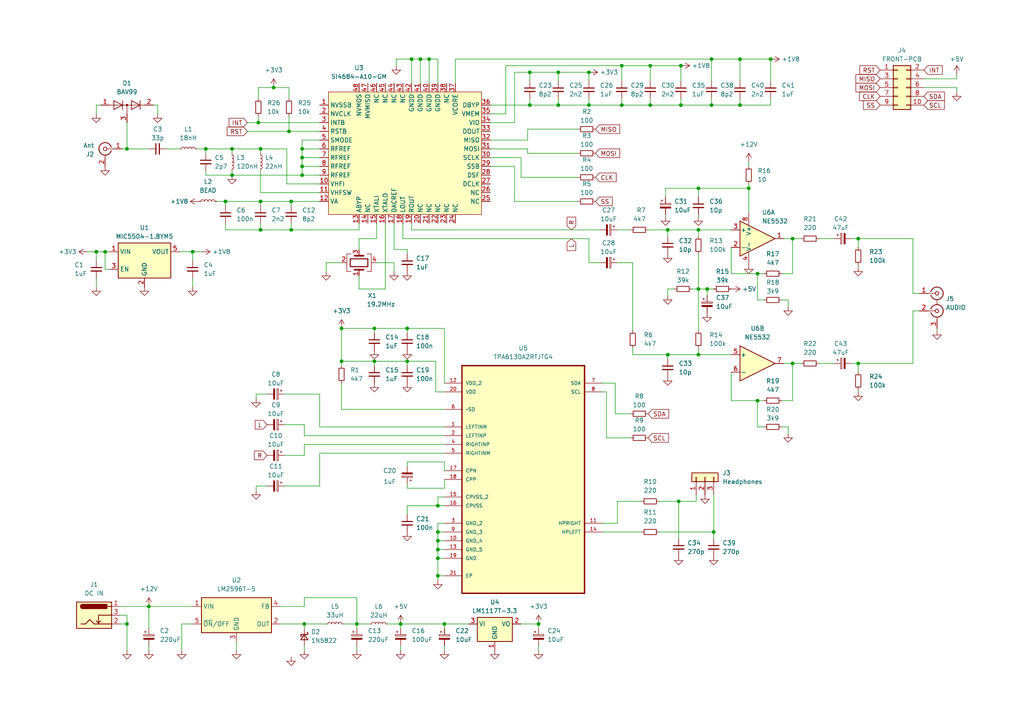
<source format=kicad_sch>
(kicad_sch (version 20230121) (generator eeschema)
  (paper "A4")
  (title_block (title "SI4684 DAB ontvanger") (date "2024-03-11") (rev "1") (company "PE5PVB"))
  (junction (at 206.375 30.48))
  (junction (at 170.815 20.955))
  (junction (at 119.38 17.145))
  (junction (at 59.69 43.18))
  (junction (at 170.815 30.48))
  (junction (at 219.71 116.205))
  (junction (at 205.105 83.82))
  (junction (at 124.46 17.145))
  (junction (at 153.67 20.955))
  (junction (at 153.67 30.48))
  (junction (at 161.925 30.48))
  (junction (at 248.92 105.41))
  (junction (at 202.565 66.675))
  (junction (at 127 156.845))
  (junction (at 108.585 95.25))
  (junction (at 65.405 58.42))
  (junction (at 43.18 175.895))
  (junction (at 248.92 69.215))
  (junction (at 217.17 54.61))
  (junction (at 84.455 58.42))
  (junction (at 36.83 180.975))
  (junction (at 196.85 145.415))
  (junction (at 180.34 30.48))
  (junction (at 67.31 50.8))
  (junction (at 206.375 17.145))
  (junction (at 55.88 73.025))
  (junction (at 118.11 104.775))
  (junction (at 87.63 48.26))
  (junction (at 202.565 102.87))
  (junction (at 193.675 66.675))
  (junction (at 214.63 30.48))
  (junction (at 118.11 95.25))
  (junction (at 188.595 19.05))
  (junction (at 87.63 50.8))
  (junction (at 219.71 79.375))
  (junction (at 180.34 19.05))
  (junction (at 127 159.385))
  (junction (at 103.505 180.975))
  (junction (at 75.565 58.42))
  (junction (at 75.565 43.18))
  (junction (at 188.595 30.48))
  (junction (at 197.485 30.48))
  (junction (at 83.82 38.1))
  (junction (at 27.94 73.025))
  (junction (at 161.925 20.955))
  (junction (at 30.48 73.025))
  (junction (at 99.06 95.25))
  (junction (at 202.565 54.61))
  (junction (at 127 167.005))
  (junction (at 229.87 69.215))
  (junction (at 156.21 180.975))
  (junction (at 202.565 83.82))
  (junction (at 121.92 17.145))
  (junction (at 223.52 17.145))
  (junction (at 193.675 102.87))
  (junction (at 99.06 104.775))
  (junction (at 88.265 180.975))
  (junction (at 127 146.685))
  (junction (at 84.455 66.675))
  (junction (at 74.93 35.56))
  (junction (at 87.63 45.72))
  (junction (at 127 154.305))
  (junction (at 75.565 66.675))
  (junction (at 116.205 180.975))
  (junction (at 87.63 43.18))
  (junction (at 127 161.925))
  (junction (at 108.585 104.775))
  (junction (at 214.63 17.145))
  (junction (at 79.375 25.4))
  (junction (at 67.31 43.18))
  (junction (at 207.01 154.305))
  (junction (at 128.905 180.975))
  (junction (at 36.83 43.18))
  (junction (at 229.87 105.41))
  (junction (at 197.485 19.05))
  (wire (pts (xy 88.265 173.355) (xy 88.265 175.895)))
  (wire (pts (xy 183.515 76.2) (xy 183.515 95.885)))
  (wire (pts (xy 118.11 133.985) (xy 118.11 135.255)))
  (wire (pts (xy 202.565 83.82) (xy 202.565 95.885)))
  (wire (pts (xy 68.58 186.055) (xy 68.58 188.595)))
  (wire (pts (xy 92.71 123.825) (xy 92.71 114.3)))
  (wire (pts (xy 92.71 55.88) (xy 75.565 55.88)))
  (wire (pts (xy 174.625 111.125) (xy 178.435 111.125)))
  (wire (pts (xy 271.78 95.25) (xy 271.78 95.885)))
  (wire (pts (xy 34.925 180.975) (xy 36.83 180.975)))
  (wire (pts (xy 206.375 30.48) (xy 214.63 30.48)))
  (wire (pts (xy 153.67 30.48) (xy 161.925 30.48)))
  (wire (pts (xy 43.18 187.325) (xy 43.18 188.595)))
  (wire (pts (xy 142.24 48.26) (xy 149.225 48.26)))
  (wire (pts (xy 212.09 116.205) (xy 219.71 116.205)))
  (wire (pts (xy 128.905 180.975) (xy 128.905 182.245)))
  (wire (pts (xy 197.485 19.05) (xy 197.485 23.495)))
  (wire (pts (xy 111.76 83.82) (xy 111.76 64.77)))
  (wire (pts (xy 104.14 80.01) (xy 104.14 83.82)))
  (wire (pts (xy 43.18 175.895) (xy 43.18 182.245)))
  (wire (pts (xy 202.565 66.675) (xy 202.565 68.58)))
  (wire (pts (xy 153.035 40.64) (xy 153.035 37.465)))
  (wire (pts (xy 34.925 175.895) (xy 43.18 175.895)))
  (wire (pts (xy 36.83 43.18) (xy 43.18 43.18)))
  (wire (pts (xy 99.06 76.2) (xy 94.615 76.2)))
  (wire (pts (xy 79.375 25.4) (xy 83.82 25.4)))
  (wire (pts (xy 214.63 17.145) (xy 223.52 17.145)))
  (wire (pts (xy 142.24 33.02) (xy 146.685 33.02)))
  (wire (pts (xy 142.24 30.48) (xy 153.67 30.48)))
  (wire (pts (xy 109.22 69.215) (xy 104.14 69.215)))
  (wire (pts (xy 119.38 24.13) (xy 119.38 17.145)))
  (wire (pts (xy 57.15 43.18) (xy 59.69 43.18)))
  (wire (pts (xy 179.07 145.415) (xy 179.07 151.765)))
  (wire (pts (xy 214.63 30.48) (xy 214.63 28.575)))
  (wire (pts (xy 55.88 180.975) (xy 52.705 180.975)))
  (wire (pts (xy 30.48 73.025) (xy 31.75 73.025)))
  (wire (pts (xy 99.695 180.975) (xy 103.505 180.975)))
  (wire (pts (xy 202.565 54.61) (xy 202.565 57.15)))
  (wire (pts (xy 88.265 128.905) (xy 128.905 128.905)))
  (wire (pts (xy 71.755 38.1) (xy 83.82 38.1)))
  (wire (pts (xy 174.625 113.665) (xy 175.895 113.665)))
  (wire (pts (xy 83.185 53.34) (xy 83.185 43.18)))
  (wire (pts (xy 118.11 95.25) (xy 118.11 96.52)))
  (wire (pts (xy 118.11 95.25) (xy 128.905 95.25)))
  (wire (pts (xy 193.04 54.61) (xy 193.04 57.15)))
  (wire (pts (xy 201.93 145.415) (xy 201.93 143.51)))
  (wire (pts (xy 214.63 17.145) (xy 214.63 23.495)))
  (wire (pts (xy 200.66 83.82) (xy 202.565 83.82)))
  (wire (pts (xy 118.11 133.985) (xy 128.905 133.985)))
  (wire (pts (xy 99.06 95.25) (xy 99.06 104.775)))
  (wire (pts (xy 108.585 104.775) (xy 108.585 106.045)))
  (wire (pts (xy 127 151.765) (xy 127 154.305)))
  (wire (pts (xy 45.72 30.48) (xy 44.45 30.48)))
  (wire (pts (xy 153.67 30.48) (xy 153.67 28.575)))
  (wire (pts (xy 229.87 69.215) (xy 229.87 79.375)))
  (wire (pts (xy 99.06 111.125) (xy 99.06 118.745)))
  (wire (pts (xy 128.905 95.25) (xy 128.905 111.125)))
  (wire (pts (xy 75.565 66.675) (xy 75.565 64.77)))
  (wire (pts (xy 180.34 30.48) (xy 180.34 28.575)))
  (wire (pts (xy 88.265 132.08) (xy 82.55 132.08)))
  (wire (pts (xy 27.94 73.025) (xy 27.94 75.565)))
  (wire (pts (xy 118.11 141.605) (xy 118.11 140.335)))
  (wire (pts (xy 248.92 76.835) (xy 248.92 77.47)))
  (wire (pts (xy 121.92 24.13) (xy 121.92 17.145)))
  (wire (pts (xy 31.75 78.105) (xy 30.48 78.105)))
  (wire (pts (xy 104.14 66.675) (xy 104.14 64.77)))
  (wire (pts (xy 84.455 58.42) (xy 84.455 59.69)))
  (wire (pts (xy 118.11 141.605) (xy 128.905 141.605)))
  (wire (pts (xy 74.93 25.4) (xy 79.375 25.4)))
  (wire (pts (xy 228.6 86.995) (xy 226.695 86.995)))
  (wire (pts (xy 202.565 100.965) (xy 202.565 102.87)))
  (wire (pts (xy 156.21 182.245) (xy 156.21 180.975)))
  (wire (pts (xy 67.31 43.18) (xy 67.31 44.45)))
  (wire (pts (xy 116.205 180.975) (xy 128.905 180.975)))
  (wire (pts (xy 219.71 123.825) (xy 221.615 123.825)))
  (wire (pts (xy 88.265 187.325) (xy 88.265 188.595)))
  (wire (pts (xy 207.01 154.305) (xy 207.01 156.21)))
  (wire (pts (xy 149.225 48.26) (xy 149.225 58.42)))
  (wire (pts (xy 191.135 145.415) (xy 196.85 145.415)))
  (wire (pts (xy 74.295 140.97) (xy 74.295 142.24)))
  (wire (pts (xy 153.035 37.465) (xy 167.64 37.465)))
  (wire (pts (xy 188.595 19.05) (xy 188.595 23.495)))
  (wire (pts (xy 228.6 123.825) (xy 226.695 123.825)))
  (wire (pts (xy 170.815 69.215) (xy 170.815 76.2)))
  (wire (pts (xy 65.405 66.675) (xy 75.565 66.675)))
  (wire (pts (xy 88.265 180.975) (xy 88.265 182.245)))
  (wire (pts (xy 229.87 69.215) (xy 232.41 69.215)))
  (wire (pts (xy 92.71 114.3) (xy 82.55 114.3)))
  (wire (pts (xy 108.585 95.25) (xy 108.585 96.52)))
  (wire (pts (xy 112.395 180.975) (xy 116.205 180.975)))
  (wire (pts (xy 92.71 43.18) (xy 87.63 43.18)))
  (wire (pts (xy 153.67 20.955) (xy 161.925 20.955)))
  (wire (pts (xy 103.505 187.325) (xy 103.505 188.595)))
  (wire (pts (xy 229.87 105.41) (xy 232.41 105.41)))
  (wire (pts (xy 127 159.385) (xy 127 161.925)))
  (wire (pts (xy 178.435 111.125) (xy 178.435 120.015)))
  (wire (pts (xy 127 24.13) (xy 127 17.145)))
  (wire (pts (xy 237.49 105.41) (xy 241.935 105.41)))
  (wire (pts (xy 132.08 24.13) (xy 132.08 17.145)))
  (wire (pts (xy 108.585 104.775) (xy 99.06 104.775)))
  (wire (pts (xy 127 156.845) (xy 128.905 156.845)))
  (wire (pts (xy 193.675 102.87) (xy 183.515 102.87)))
  (wire (pts (xy 127 17.145) (xy 124.46 17.145)))
  (wire (pts (xy 124.46 24.13) (xy 124.46 17.145)))
  (wire (pts (xy 119.38 17.145) (xy 114.935 17.145)))
  (wire (pts (xy 27.94 30.48) (xy 29.21 30.48)))
  (wire (pts (xy 104.14 69.215) (xy 104.14 72.39)))
  (wire (pts (xy 151.13 45.72) (xy 151.13 51.435)))
  (wire (pts (xy 127 161.925) (xy 128.905 161.925)))
  (wire (pts (xy 156.21 187.325) (xy 156.21 188.595)))
  (wire (pts (xy 248.92 107.95) (xy 248.92 105.41)))
  (wire (pts (xy 219.71 79.375) (xy 221.615 79.375)))
  (wire (pts (xy 65.405 64.77) (xy 65.405 66.675)))
  (wire (pts (xy 27.94 80.645) (xy 27.94 83.185)))
  (wire (pts (xy 142.24 43.18) (xy 153.035 43.18)))
  (wire (pts (xy 127 144.145) (xy 127 146.685)))
  (wire (pts (xy 205.105 83.82) (xy 207.01 83.82)))
  (wire (pts (xy 75.565 66.675) (xy 84.455 66.675)))
  (wire (pts (xy 88.265 123.19) (xy 82.55 123.19)))
  (wire (pts (xy 223.52 30.48) (xy 223.52 28.575)))
  (wire (pts (xy 75.565 43.18) (xy 75.565 44.45)))
  (wire (pts (xy 118.11 106.045) (xy 118.11 104.775)))
  (wire (pts (xy 67.31 43.18) (xy 59.69 43.18)))
  (wire (pts (xy 65.405 58.42) (xy 65.405 59.69)))
  (wire (pts (xy 219.71 86.995) (xy 221.615 86.995)))
  (wire (pts (xy 128.905 146.685) (xy 127 146.685)))
  (wire (pts (xy 109.22 76.2) (xy 114.3 76.2)))
  (wire (pts (xy 84.455 58.42) (xy 75.565 58.42)))
  (wire (pts (xy 92.71 123.825) (xy 128.905 123.825)))
  (wire (pts (xy 206.375 17.145) (xy 206.375 23.495)))
  (wire (pts (xy 170.815 20.955) (xy 170.815 23.495)))
  (wire (pts (xy 229.87 105.41) (xy 229.87 116.205)))
  (wire (pts (xy 92.71 50.8) (xy 87.63 50.8)))
  (wire (pts (xy 116.84 64.77) (xy 116.84 69.215)))
  (wire (pts (xy 128.905 141.605) (xy 128.905 139.065)))
  (wire (pts (xy 212.09 79.375) (xy 212.09 71.755)))
  (wire (pts (xy 179.07 66.675) (xy 182.88 66.675)))
  (wire (pts (xy 128.905 113.665) (xy 126.365 113.665)))
  (wire (pts (xy 156.21 180.975) (xy 151.13 180.975)))
  (wire (pts (xy 128.905 187.325) (xy 128.905 188.595)))
  (wire (pts (xy 227.33 69.215) (xy 229.87 69.215)))
  (wire (pts (xy 149.225 35.56) (xy 149.225 20.955)))
  (wire (pts (xy 35.56 43.18) (xy 36.83 43.18)))
  (wire (pts (xy 126.365 113.665) (xy 126.365 104.775)))
  (wire (pts (xy 88.265 128.905) (xy 88.265 132.08)))
  (wire (pts (xy 188.595 19.05) (xy 197.485 19.05)))
  (wire (pts (xy 75.565 55.88) (xy 75.565 49.53)))
  (wire (pts (xy 92.71 58.42) (xy 84.455 58.42)))
  (wire (pts (xy 124.46 17.145) (xy 121.92 17.145)))
  (wire (pts (xy 84.455 66.675) (xy 84.455 64.77)))
  (wire (pts (xy 127 154.305) (xy 128.905 154.305)))
  (wire (pts (xy 188.595 30.48) (xy 188.595 28.575)))
  (wire (pts (xy 170.815 30.48) (xy 170.815 28.575)))
  (wire (pts (xy 149.225 58.42) (xy 167.64 58.42)))
  (wire (pts (xy 202.565 66.675) (xy 212.09 66.675)))
  (wire (pts (xy 128.905 180.975) (xy 135.89 180.975)))
  (wire (pts (xy 153.035 44.45) (xy 167.64 44.45)))
  (wire (pts (xy 202.565 73.66) (xy 202.565 83.82)))
  (wire (pts (xy 127 167.005) (xy 127 168.275)))
  (wire (pts (xy 212.09 116.205) (xy 212.09 107.95)))
  (wire (pts (xy 264.795 90.17) (xy 264.795 105.41)))
  (wire (pts (xy 197.485 30.48) (xy 197.485 28.575)))
  (wire (pts (xy 151.13 51.435) (xy 167.64 51.435)))
  (wire (pts (xy 264.795 85.09) (xy 266.7 85.09)))
  (wire (pts (xy 118.11 73.66) (xy 118.11 72.39)))
  (wire (pts (xy 193.675 85.725) (xy 193.675 83.82)))
  (wire (pts (xy 87.63 43.18) (xy 87.63 45.72)))
  (wire (pts (xy 217.17 53.34) (xy 217.17 54.61)))
  (wire (pts (xy 196.85 145.415) (xy 196.85 156.21)))
  (wire (pts (xy 52.07 73.025) (xy 55.88 73.025)))
  (wire (pts (xy 180.34 30.48) (xy 188.595 30.48)))
  (wire (pts (xy 92.71 131.445) (xy 92.71 140.97)))
  (wire (pts (xy 92.71 140.97) (xy 82.55 140.97)))
  (wire (pts (xy 88.265 173.355) (xy 103.505 173.355)))
  (wire (pts (xy 87.63 50.8) (xy 87.63 48.26)))
  (wire (pts (xy 94.615 76.2) (xy 94.615 78.74)))
  (wire (pts (xy 142.24 35.56) (xy 149.225 35.56)))
  (wire (pts (xy 92.71 53.34) (xy 83.185 53.34)))
  (wire (pts (xy 217.17 54.61) (xy 202.565 54.61)))
  (wire (pts (xy 149.225 20.955) (xy 153.67 20.955)))
  (wire (pts (xy 36.83 180.975) (xy 36.83 188.595)))
  (wire (pts (xy 202.565 62.23) (xy 202.565 62.865)))
  (wire (pts (xy 248.92 69.215) (xy 264.795 69.215)))
  (wire (pts (xy 116.205 180.975) (xy 116.205 182.245)))
  (wire (pts (xy 264.795 105.41) (xy 248.92 105.41)))
  (wire (pts (xy 128.905 133.985) (xy 128.905 136.525)))
  (wire (pts (xy 52.705 180.975) (xy 52.705 188.595)))
  (wire (pts (xy 229.87 116.205) (xy 226.695 116.205)))
  (wire (pts (xy 118.11 146.685) (xy 118.11 149.225)))
  (wire (pts (xy 103.505 180.975) (xy 107.315 180.975)))
  (wire (pts (xy 121.92 17.145) (xy 119.38 17.145)))
  (wire (pts (xy 161.925 20.955) (xy 170.815 20.955)))
  (wire (pts (xy 59.69 49.53) (xy 59.69 50.8)))
  (wire (pts (xy 92.71 48.26) (xy 87.63 48.26)))
  (wire (pts (xy 128.905 144.145) (xy 127 144.145)))
  (wire (pts (xy 83.82 38.1) (xy 92.71 38.1)))
  (wire (pts (xy 99.06 104.775) (xy 99.06 106.045)))
  (wire (pts (xy 71.755 35.56) (xy 74.93 35.56)))
  (wire (pts (xy 74.93 33.655) (xy 74.93 35.56)))
  (wire (pts (xy 188.595 30.48) (xy 197.485 30.48)))
  (wire (pts (xy 266.7 90.17) (xy 264.795 90.17)))
  (wire (pts (xy 180.34 19.05) (xy 180.34 23.495)))
  (wire (pts (xy 75.565 58.42) (xy 75.565 59.69)))
  (wire (pts (xy 62.865 58.42) (xy 65.405 58.42)))
  (wire (pts (xy 205.105 83.82) (xy 205.105 85.725)))
  (wire (pts (xy 221.615 116.205) (xy 219.71 116.205)))
  (wire (pts (xy 108.585 95.25) (xy 118.11 95.25)))
  (wire (pts (xy 212.09 102.87) (xy 202.565 102.87)))
  (wire (pts (xy 114.3 76.2) (xy 114.3 78.74)))
  (wire (pts (xy 87.63 48.26) (xy 87.63 45.72)))
  (wire (pts (xy 178.435 120.015) (xy 182.88 120.015)))
  (wire (pts (xy 217.17 46.99) (xy 217.17 48.26)))
  (wire (pts (xy 175.895 113.665) (xy 175.895 127)))
  (wire (pts (xy 55.88 73.025) (xy 55.88 75.565)))
  (wire (pts (xy 214.63 30.48) (xy 223.52 30.48)))
  (wire (pts (xy 248.92 113.03) (xy 248.92 113.665)))
  (wire (pts (xy 170.815 76.2) (xy 173.99 76.2)))
  (wire (pts (xy 48.26 43.18) (xy 52.07 43.18)))
  (wire (pts (xy 77.47 140.97) (xy 74.295 140.97)))
  (wire (pts (xy 212.09 79.375) (xy 219.71 79.375)))
  (wire (pts (xy 267.97 22.86) (xy 277.495 22.86)))
  (wire (pts (xy 92.71 131.445) (xy 128.905 131.445)))
  (wire (pts (xy 153.67 20.955) (xy 153.67 23.495)))
  (wire (pts (xy 84.455 66.675) (xy 104.14 66.675)))
  (wire (pts (xy 142.24 45.72) (xy 151.13 45.72)))
  (wire (pts (xy 75.565 43.18) (xy 67.31 43.18)))
  (wire (pts (xy 88.265 175.895) (xy 81.28 175.895)))
  (wire (pts (xy 267.97 25.4) (xy 277.495 25.4)))
  (wire (pts (xy 193.04 62.23) (xy 193.04 62.865)))
  (wire (pts (xy 99.06 118.745) (xy 128.905 118.745)))
  (wire (pts (xy 30.48 73.025) (xy 30.48 78.105)))
  (wire (pts (xy 55.88 175.895) (xy 43.18 175.895)))
  (wire (pts (xy 193.675 83.82) (xy 195.58 83.82)))
  (wire (pts (xy 161.925 30.48) (xy 161.925 28.575)))
  (wire (pts (xy 75.565 58.42) (xy 65.405 58.42)))
  (wire (pts (xy 206.375 30.48) (xy 206.375 28.575)))
  (wire (pts (xy 197.485 30.48) (xy 206.375 30.48)))
  (wire (pts (xy 179.07 145.415) (xy 186.055 145.415)))
  (wire (pts (xy 127 159.385) (xy 128.905 159.385)))
  (wire (pts (xy 74.93 35.56) (xy 92.71 35.56)))
  (wire (pts (xy 191.135 154.305) (xy 207.01 154.305)))
  (wire (pts (xy 34.925 178.435) (xy 36.83 178.435)))
  (wire (pts (xy 104.14 83.82) (xy 111.76 83.82)))
  (wire (pts (xy 146.685 33.02) (xy 146.685 19.05)))
  (wire (pts (xy 74.93 25.4) (xy 74.93 28.575)))
  (wire (pts (xy 92.71 40.64) (xy 87.63 40.64)))
  (wire (pts (xy 237.49 69.215) (xy 241.935 69.215)))
  (wire (pts (xy 180.34 19.05) (xy 188.595 19.05)))
  (wire (pts (xy 277.495 25.4) (xy 277.495 26.67)))
  (wire (pts (xy 193.675 102.87) (xy 193.675 104.14)))
  (wire (pts (xy 55.88 73.025) (xy 58.42 73.025)))
  (wire (pts (xy 127 156.845) (xy 127 159.385)))
  (wire (pts (xy 59.69 50.8) (xy 67.31 50.8)))
  (wire (pts (xy 206.375 17.145) (xy 214.63 17.145)))
  (wire (pts (xy 88.265 180.975) (xy 94.615 180.975)))
  (wire (pts (xy 114.3 64.77) (xy 114.3 72.39)))
  (wire (pts (xy 83.82 25.4) (xy 83.82 28.575)))
  (wire (pts (xy 219.71 79.375) (xy 219.71 86.995)))
  (wire (pts (xy 187.96 66.675) (xy 193.675 66.675)))
  (wire (pts (xy 227.33 105.41) (xy 229.87 105.41)))
  (wire (pts (xy 119.38 66.675) (xy 173.99 66.675)))
  (wire (pts (xy 83.185 43.18) (xy 75.565 43.18)))
  (wire (pts (xy 118.11 104.775) (xy 126.365 104.775)))
  (wire (pts (xy 87.63 45.72) (xy 92.71 45.72)))
  (wire (pts (xy 264.795 69.215) (xy 264.795 85.09)))
  (wire (pts (xy 202.565 83.82) (xy 205.105 83.82)))
  (wire (pts (xy 116.84 69.215) (xy 170.815 69.215)))
  (wire (pts (xy 277.495 22.86) (xy 277.495 21.59)))
  (wire (pts (xy 146.685 19.05) (xy 180.34 19.05)))
  (wire (pts (xy 59.69 43.18) (xy 59.69 44.45)))
  (wire (pts (xy 161.925 30.48) (xy 170.815 30.48)))
  (wire (pts (xy 25.4 73.025) (xy 27.94 73.025)))
  (wire (pts (xy 174.625 154.305) (xy 186.055 154.305)))
  (wire (pts (xy 87.63 40.64) (xy 87.63 43.18)))
  (wire (pts (xy 228.6 88.9) (xy 228.6 86.995)))
  (wire (pts (xy 170.815 30.48) (xy 180.34 30.48)))
  (wire (pts (xy 247.015 69.215) (xy 248.92 69.215)))
  (wire (pts (xy 248.92 105.41) (xy 247.015 105.41)))
  (wire (pts (xy 74.295 114.3) (xy 74.295 115.57)))
  (wire (pts (xy 119.38 64.77) (xy 119.38 66.675)))
  (wire (pts (xy 87.63 50.8) (xy 67.31 50.8)))
  (wire (pts (xy 108.585 104.775) (xy 118.11 104.775)))
  (wire (pts (xy 88.265 126.365) (xy 128.905 126.365)))
  (wire (pts (xy 193.675 68.58) (xy 193.675 66.675)))
  (wire (pts (xy 174.625 151.765) (xy 179.07 151.765)))
  (wire (pts (xy 36.83 178.435) (xy 36.83 180.975)))
  (wire (pts (xy 45.72 33.02) (xy 45.72 30.48)))
  (wire (pts (xy 183.515 76.2) (xy 179.07 76.2)))
  (wire (pts (xy 202.565 54.61) (xy 193.04 54.61)))
  (wire (pts (xy 99.06 95.25) (xy 108.585 95.25)))
  (wire (pts (xy 132.08 17.145) (xy 206.375 17.145)))
  (wire (pts (xy 116.205 187.325) (xy 116.205 188.595)))
  (wire (pts (xy 161.925 20.955) (xy 161.925 23.495)))
  (wire (pts (xy 103.505 180.975) (xy 103.505 182.245)))
  (wire (pts (xy 127 161.925) (xy 127 167.005)))
  (wire (pts (xy 109.22 64.77) (xy 109.22 69.215)))
  (wire (pts (xy 153.035 43.18) (xy 153.035 44.45)))
  (wire (pts (xy 77.47 114.3) (xy 74.295 114.3)))
  (wire (pts (xy 127 167.005) (xy 128.905 167.005)))
  (wire (pts (xy 228.6 125.73) (xy 228.6 123.825)))
  (wire (pts (xy 36.83 35.56) (xy 36.83 43.18)))
  (wire (pts (xy 88.265 126.365) (xy 88.265 123.19)))
  (wire (pts (xy 81.28 180.975) (xy 88.265 180.975)))
  (wire (pts (xy 175.895 127) (xy 182.88 127)))
  (wire (pts (xy 202.565 102.87) (xy 193.675 102.87)))
  (wire (pts (xy 83.82 33.655) (xy 83.82 38.1)))
  (wire (pts (xy 67.31 50.8) (xy 67.31 49.53)))
  (wire (pts (xy 223.52 17.145) (xy 223.52 23.495)))
  (wire (pts (xy 217.17 61.595) (xy 217.17 54.61)))
  (wire (pts (xy 127 154.305) (xy 127 156.845)))
  (wire (pts (xy 229.87 79.375) (xy 226.695 79.375)))
  (wire (pts (xy 128.905 151.765) (xy 127 151.765)))
  (wire (pts (xy 103.505 180.975) (xy 103.505 173.355)))
  (wire (pts (xy 196.85 145.415) (xy 201.93 145.415)))
  (wire (pts (xy 183.515 102.87) (xy 183.515 100.965)))
  (wire (pts (xy 27.94 33.02) (xy 27.94 30.48)))
  (wire (pts (xy 118.11 72.39) (xy 114.3 72.39)))
  (wire (pts (xy 55.88 80.645) (xy 55.88 83.185)))
  (wire (pts (xy 219.71 116.205) (xy 219.71 123.825)))
  (wire (pts (xy 142.24 40.64) (xy 153.035 40.64)))
  (wire (pts (xy 248.92 69.215) (xy 248.92 71.755)))
  (wire (pts (xy 27.94 73.025) (xy 30.48 73.025)))
  (wire (pts (xy 127 146.685) (xy 118.11 146.685)))
  (wire (pts (xy 193.675 66.675) (xy 202.565 66.675)))
  (wire (pts (xy 114.935 17.145) (xy 114.935 19.05)))
  (wire (pts (xy 207.01 154.305) (xy 207.01 143.51)))
  (global_label "MISO" (shape input) (at 172.72 37.465 0) (property "Intersheetrefs" "${INTERSHEET_REFS}" (effects hide)))
  (global_label "SS" (shape input) (at 255.27 30.48 180) (property "Intersheetrefs" "${INTERSHEET_REFS}" (effects hide)))
  (global_label "SDA" (shape input) (at 187.96 120.015 0) (property "Intersheetrefs" "${INTERSHEET_REFS}" (effects hide)))
  (global_label "SDA" (shape input) (at 267.97 27.94 0) (property "Intersheetrefs" "${INTERSHEET_REFS}" (effects hide)))
  (global_label "RST" (shape input) (at 71.755 38.1 180) (property "Intersheetrefs" "${INTERSHEET_REFS}" (effects hide)))
  (global_label "RST" (shape input) (at 255.27 20.32 180) (property "Intersheetrefs" "${INTERSHEET_REFS}" (effects hide)))
  (global_label "MOSI" (shape input) (at 255.27 25.4 180) (property "Intersheetrefs" "${INTERSHEET_REFS}" (effects hide)))
  (global_label "SS" (shape input) (at 172.72 58.42 0) (property "Intersheetrefs" "${INTERSHEET_REFS}" (effects hide)))
  (global_label "MISO" (shape input) (at 255.27 22.86 180) (property "Intersheetrefs" "${INTERSHEET_REFS}" (effects hide)))
  (global_label "R" (shape input) (at 77.47 132.08 180) (property "Intersheetrefs" "${INTERSHEET_REFS}" (effects hide)))
  (global_label "INT" (shape input) (at 267.97 20.32 0) (property "Intersheetrefs" "${INTERSHEET_REFS}" (effects hide)))
  (global_label "INT" (shape input) (at 71.755 35.56 180) (property "Intersheetrefs" "${INTERSHEET_REFS}" (effects hide)))
  (global_label "MOSI" (shape input) (at 172.72 44.45 0) (property "Intersheetrefs" "${INTERSHEET_REFS}" (effects hide)))
  (global_label "L" (shape input) (at 77.47 123.19 180) (property "Intersheetrefs" "${INTERSHEET_REFS}" (effects hide)))
  (global_label "CLK" (shape input) (at 255.27 27.94 180) (property "Intersheetrefs" "${INTERSHEET_REFS}" (effects hide)))
  (global_label "CLK" (shape input) (at 172.72 51.435 0) (property "Intersheetrefs" "${INTERSHEET_REFS}" (effects hide)))
  (global_label "SCL" (shape input) (at 267.97 30.48 0) (property "Intersheetrefs" "${INTERSHEET_REFS}" (effects hide)))
  (global_label "SCL" (shape input) (at 187.96 127 0) (property "Intersheetrefs" "${INTERSHEET_REFS}" (effects hide)))
  (global_label "R" (shape input) (at 165.735 66.675 90) (property "Intersheetrefs" "${INTERSHEET_REFS}" (effects hide)))
  (global_label "L" (shape input) (at 165.735 69.215 270) (property "Intersheetrefs" "${INTERSHEET_REFS}" (effects hide)))
  (symbol (lib_id "Device:R_Small") (at 224.155 116.205 90) (unit 1)
    (property "Reference" "R19" (at 224.155 110.49 90))
    (property "Value" "4k7" (at 224.155 113.03 90))
    (property "Footprint" "Resistor_THT:R_Axial_DIN0207_L6.3mm_D2.5mm_P10.16mm_Horizontal" (effects hide))
  )
  (symbol (lib_id "power:GND") (at 30.48 48.26 0) (unit 1)
    (property "Reference" "#PWR04" (effects hide))
    (property "Value" "GND" (effects hide))
  )
  (symbol (lib_id "Device:C_Small") (at 84.455 62.23 0) (unit 1)
    (property "Reference" "C12" (at 87.63 60.9663 0) (effects (justify left)))
    (property "Value" "8p2" (at 87.63 63.5063 0) (effects (justify left)))
    (property "Footprint" "Capacitor_SMD:C_0603_1608Metric" (effects hide))
  )
  (symbol (lib_id "si4684:TPA6130A2RTJTG4") (at 151.765 136.525 0) (unit 1)
    (property "Reference" "U5" (at 151.765 100.965 0))
    (property "Value" "TPA6130A2RTJTG4" (at 151.765 103.505 0))
    (property "Footprint" "Package_DFN_QFN:QFN-20-1EP_4x4mm_P0.5mm_EP2.7x2.7mm" (effects hide))
    (property "MPN" "TPA6130A2RTJTG4" (effects hide))
    (property "PACKAGE" "QFN-20" (effects hide))
    (property "SUPPLIER" "Texas Instruments" (effects hide))
    (property "OC_FARNELL" "1697156" (effects hide))
    (property "OC_NEWARK" "34M0132" (effects hide))
  )
  (symbol (lib_id "power:GND") (at 43.18 188.595 0) (unit 1)
    (property "Reference" "#PWR08" (effects hide))
    (property "Value" "GND" (effects hide))
  )
  (symbol (lib_id "power:GND") (at 74.295 142.24 0) (unit 1)
    (property "Reference" "#PWR017" (effects hide))
    (property "Value" "GND" (effects hide))
  )
  (symbol (lib_id "Device:L_Small") (at 75.565 46.99 0) (unit 1)
    (property "Reference" "L4" (at 76.835 45.72 0) (effects (justify left)))
    (property "Value" "22nH" (at 76.835 48.26 0) (effects (justify left)))
    (property "Footprint" "Inductor_SMD:L_0603_1608Metric" (effects hide))
  )
  (symbol (lib_id "power:GND") (at 118.11 78.74 0) (unit 1)
    (property "Reference" "#PWR029" (effects hide))
    (property "Value" "GND" (effects hide))
  )
  (symbol (lib_id "power:GND") (at 88.265 188.595 0) (unit 1)
    (property "Reference" "#PWR019" (effects hide))
    (property "Value" "GND" (effects hide))
  )
  (symbol (lib_id "Device:C_Polarized_Small") (at 156.21 184.785 0) (unit 1)
    (property "Reference" "C24" (at 158.75 182.9689 0) (effects (justify left)))
    (property "Value" "10uF" (at 158.75 185.5089 0) (effects (justify left)))
    (property "Footprint" "Capacitor_THT:CP_Radial_D5.0mm_P2.00mm" (effects hide))
  )
  (symbol (lib_id "Device:C_Small") (at 45.72 43.18 90) (unit 1)
    (property "Reference" "C3" (at 45.72 37.465 90))
    (property "Value" "33p" (at 45.72 40.005 90))
    (property "Footprint" "Capacitor_SMD:C_0603_1608Metric" (effects hide))
  )
  (symbol (lib_id "Device:C_Small") (at 214.63 26.035 0) (unit 1)
    (property "Reference" "C40" (at 217.805 24.7713 0) (effects (justify left)))
    (property "Value" "2n2" (at 217.805 27.3113 0) (effects (justify left)))
    (property "Footprint" "Capacitor_SMD:C_0603_1608Metric" (effects hide))
  )
  (symbol (lib_id "power:GND") (at 193.675 109.22 0) (unit 1)
    (property "Reference" "#PWR042" (effects hide))
    (property "Value" "GND" (effects hide))
  )
  (symbol (lib_id "power:GND") (at 103.505 188.595 0) (unit 1)
    (property "Reference" "#PWR022" (effects hide))
    (property "Value" "GND" (effects hide))
  )
  (symbol (lib_id "Device:C_Small") (at 170.815 26.035 0) (unit 1)
    (property "Reference" "C26" (at 173.99 24.7713 0) (effects (justify left)))
    (property "Value" "1uF" (at 173.99 27.3113 0) (effects (justify left)))
    (property "Footprint" "Capacitor_SMD:C_0603_1608Metric" (effects hide))
  )
  (symbol (lib_id "Device:C_Polarized_Small") (at 80.01 140.97 270) (unit 1)
    (property "Reference" "C11" (at 80.01 135.255 90))
    (property "Value" "10uF" (at 80.01 137.795 90))
    (property "Footprint" "Capacitor_THT:CP_Radial_D5.0mm_P2.00mm" (effects hide))
  )
  (symbol (lib_id "Device:R_Small") (at 183.515 98.425 0) (unit 1)
    (property "Reference" "R6" (at 186.69 97.155 0) (effects (justify left)))
    (property "Value" "4k7" (at 186.69 99.695 0) (effects (justify left)))
    (property "Footprint" "Resistor_THT:R_Axial_DIN0207_L6.3mm_D2.5mm_P10.16mm_Horizontal" (effects hide))
  )
  (symbol (lib_id "power:GND") (at 207.01 161.29 0) (unit 1)
    (property "Reference" "#PWR048" (effects hide))
    (property "Value" "GND" (effects hide))
  )
  (symbol (lib_id "Device:L_Small") (at 97.155 180.975 90) (unit 1)
    (property "Reference" "L5" (at 97.155 175.895 90))
    (property "Value" "33uH" (at 97.155 178.435 90))
    (property "Footprint" "Inductor_THT:L_Radial_D7.2mm_P3.00mm_Murata_1700" (effects hide))
  )
  (symbol (lib_id "Device:R_Small") (at 234.95 69.215 90) (unit 1)
    (property "Reference" "R21" (at 234.95 63.5 90))
    (property "Value" "220" (at 234.95 66.04 90))
    (property "Footprint" "Resistor_THT:R_Axial_DIN0207_L6.3mm_D2.5mm_P10.16mm_Horizontal" (effects hide))
  )
  (symbol (lib_id "power:GND") (at 248.92 113.665 0) (unit 1)
    (property "Reference" "#PWR056" (effects hide))
    (property "Value" "GND" (effects hide))
  )
  (symbol (lib_id "power:GND") (at 118.11 111.125 0) (unit 1)
    (property "Reference" "#PWR031" (effects hide))
    (property "Value" "GND" (effects hide))
  )
  (symbol (lib_id "power:+1V8") (at 57.785 58.42 90) (unit 1)
    (property "Reference" "#PWR012" (effects hide))
    (property "Value" "+1V8" (at 54.61 58.42 90) (effects (justify left)))
  )
  (symbol (lib_id "power:GND") (at 108.585 111.125 0) (unit 1)
    (property "Reference" "#PWR024" (effects hide))
    (property "Value" "GND" (effects hide))
  )
  (symbol (lib_id "power:GND") (at 36.83 188.595 0) (unit 1)
    (property "Reference" "#PWR05" (effects hide))
    (property "Value" "GND" (effects hide))
  )
  (symbol (lib_id "Device:C_Small") (at 206.375 26.035 0) (unit 1)
    (property "Reference" "C38" (at 208.915 24.7713 0) (effects (justify left)))
    (property "Value" "8p2" (at 208.915 27.3113 0) (effects (justify left)))
    (property "Footprint" "Capacitor_SMD:C_0603_1608Metric" (effects hide))
  )
  (symbol (lib_id "Device:R_Small") (at 248.92 110.49 0) (unit 1)
    (property "Reference" "R24" (at 252.095 109.22 0) (effects (justify left)))
    (property "Value" "100k" (at 252.095 111.76 0) (effects (justify left)))
    (property "Footprint" "Resistor_THT:R_Axial_DIN0207_L6.3mm_D2.5mm_P10.16mm_Horizontal" (effects hide))
  )
  (symbol (lib_id "power:GND") (at 228.6 88.9 0) (unit 1)
    (property "Reference" "#PWR053" (effects hide))
    (property "Value" "GND" (effects hide))
  )
  (symbol (lib_id "power:GND") (at 74.295 115.57 0) (unit 1)
    (property "Reference" "#PWR016" (effects hide))
    (property "Value" "GND" (effects hide))
  )
  (symbol (lib_id "Device:C_Small") (at 75.565 62.23 0) (unit 1)
    (property "Reference" "C7" (at 78.74 60.9663 0) (effects (justify left)))
    (property "Value" "2n2" (at 78.74 63.5063 0) (effects (justify left)))
    (property "Footprint" "Capacitor_SMD:C_0603_1608Metric" (effects hide))
  )
  (symbol (lib_id "power:GND") (at 271.78 95.885 0) (unit 1)
    (property "Reference" "#PWR057" (effects hide))
    (property "Value" "GND" (effects hide))
  )
  (symbol (lib_id "Device:C_Small") (at 197.485 26.035 0) (unit 1)
    (property "Reference" "C35" (at 200.66 24.7713 0) (effects (justify left)))
    (property "Value" "1uF" (at 200.66 27.3113 0) (effects (justify left)))
    (property "Footprint" "Capacitor_SMD:C_0603_1608Metric" (effects hide))
  )
  (symbol (lib_id "Connector_Generic:Conn_02x05_Odd_Even") (at 260.35 25.4 0) (unit 1)
    (property "Reference" "J4" (at 261.62 14.605 0))
    (property "Value" "FRONT-PCB" (at 261.62 17.145 0))
    (property "Footprint" "Connector_IDC:IDC-Header_2x05_P2.54mm_Vertical" (effects hide))
  )
  (symbol (lib_id "power:GND") (at 228.6 125.73 0) (unit 1)
    (property "Reference" "#PWR054" (effects hide))
    (property "Value" "GND" (effects hide))
  )
  (symbol (lib_id "power:GND") (at 67.31 50.8 0) (unit 1)
    (property "Reference" "#PWR014" (effects hide))
    (property "Value" "GND" (effects hide))
  )
  (symbol (lib_id "Device:R_Small") (at 170.18 58.42 90) (unit 1)
    (property "Reference" "R5" (at 170.18 53.34 90))
    (property "Value" "100" (at 170.18 55.88 90))
    (property "Footprint" "Resistor_SMD:R_0603_1608Metric" (effects hide))
  )
  (symbol (lib_id "Device:C_Small") (at 118.11 99.06 0) (unit 1)
    (property "Reference" "C18" (at 120.65 97.7963 0) (effects (justify left)))
    (property "Value" "100n" (at 120.65 100.3363 0) (effects (justify left)))
    (property "Footprint" "Capacitor_SMD:C_0603_1608Metric" (effects hide))
  )
  (symbol (lib_id "power:+1V8") (at 197.485 19.05 270) (unit 1)
    (property "Reference" "#PWR044" (effects hide))
    (property "Value" "+1V8" (at 200.66 19.05 90) (effects (justify left)))
  )
  (symbol (lib_id "power:GND") (at 248.92 77.47 0) (unit 1)
    (property "Reference" "#PWR055" (effects hide))
    (property "Value" "GND" (effects hide))
  )
  (symbol (lib_id "Device:C_Polarized_Small") (at 116.205 184.785 0) (unit 1)
    (property "Reference" "C16" (at 119.38 182.9689 0) (effects (justify left)))
    (property "Value" "100uF" (at 119.38 185.5089 0) (effects (justify left)))
    (property "Footprint" "Capacitor_THT:CP_Radial_D10.0mm_P3.50mm" (effects hide))
  )
  (symbol (lib_id "Device:Crystal_GND24") (at 104.14 76.2 90) (unit 1)
    (property "Reference" "X1" (at 107.95 85.725 90))
    (property "Value" "19.2MHz" (at 110.49 88.265 90))
    (property "Footprint" "Crystal:Crystal_SMD_3225-4Pin_3.2x2.5mm" (effects hide))
  )
  (symbol (lib_id "power:GND") (at 52.705 188.595 0) (unit 1)
    (property "Reference" "#PWR010" (effects hide))
    (property "Value" "GND" (effects hide))
  )
  (symbol (lib_id "power:GND") (at 94.615 78.74 0) (unit 1)
    (property "Reference" "#PWR020" (effects hide))
    (property "Value" "GND" (effects hide))
  )
  (symbol (lib_id "Amplifier_Operational:NE5532") (at 219.71 105.41 0) (unit 2)
    (property "Reference" "U6" (at 219.71 95.25 0))
    (property "Value" "NE5532" (at 219.71 97.79 0))
    (property "Footprint" "Package_DIP:DIP-8_W7.62mm_LongPads" (effects hide))
    (property "Datasheet" "http://www.ti.com/lit/ds/symlink/ne5532.pdf" (effects hide))
  )
  (symbol (lib_id "power:GND") (at 118.11 101.6 0) (unit 1)
    (property "Reference" "#PWR030" (effects hide))
    (property "Value" "GND" (effects hide))
  )
  (symbol (lib_id "Device:R_Small") (at 234.95 105.41 90) (unit 1)
    (property "Reference" "R22" (at 234.95 99.695 90))
    (property "Value" "220" (at 234.95 102.235 90))
    (property "Footprint" "Resistor_THT:R_Axial_DIN0207_L6.3mm_D2.5mm_P10.16mm_Horizontal" (effects hide))
  )
  (symbol (lib_id "Device:R_Small") (at 170.18 44.45 90) (unit 1)
    (property "Reference" "R3" (at 170.18 39.37 90))
    (property "Value" "100" (at 170.18 41.91 90))
    (property "Footprint" "Resistor_SMD:R_0603_1608Metric" (effects hide))
  )
  (symbol (lib_id "Device:C_Small") (at 180.34 26.035 0) (unit 1)
    (property "Reference" "C29" (at 182.88 24.7713 0) (effects (justify left)))
    (property "Value" "8p2" (at 182.88 27.3113 0) (effects (justify left)))
    (property "Footprint" "Capacitor_SMD:C_0603_1608Metric" (effects hide))
  )
  (symbol (lib_id "Connector:Conn_Coaxial") (at 30.48 43.18 0) (mirror y) (unit 1)
    (property "Reference" "J2" (at 27.305 44.7432 0) (effects (justify left)))
    (property "Value" "Ant" (at 27.305 42.2032 0) (effects (justify left)))
    (property "Footprint" "Connector_Coaxial:SMA_Amphenol_132134-16_Vertical" (effects hide))
    (property "Datasheet" " ~" (effects hide))
  )
  (symbol (lib_id "Device:C_Polarized_Small") (at 80.01 123.19 270) (unit 1)
    (property "Reference" "C9" (at 80.01 117.475 90))
    (property "Value" "10uF" (at 80.01 120.015 90))
    (property "Footprint" "Capacitor_THT:CP_Radial_D5.0mm_P2.00mm" (effects hide))
  )
  (symbol (lib_id "Device:C_Polarized_Small") (at 193.04 59.69 0) (unit 1)
    (property "Reference" "C31" (at 195.58 58.42 0) (effects (justify left)))
    (property "Value" "10uF" (at 195.58 60.96 0) (effects (justify left)))
    (property "Footprint" "Capacitor_THT:CP_Radial_D5.0mm_P2.00mm" (effects hide))
  )
  (symbol (lib_id "Regulator_Switching:LM2596T-5") (at 68.58 178.435 0) (unit 1)
    (property "Reference" "U2" (at 68.58 168.275 0))
    (property "Value" "LM2596T-5" (at 68.58 170.815 0))
    (property "Footprint" "Package_TO_SOT_THT:TO-220-5_Vertical" (effects hide))
    (property "Datasheet" "http://www.ti.com/lit/ds/symlink/lm2596.pdf" (effects hide))
  )
  (symbol (lib_id "power:GND") (at 156.21 188.595 0) (unit 1)
    (property "Reference" "#PWR037" (effects hide))
    (property "Value" "GND" (effects hide))
  )
  (symbol (lib_id "Device:C_Small") (at 118.11 108.585 0) (unit 1)
    (property "Reference" "C19" (at 120.65 107.3213 0) (effects (justify left)))
    (property "Value" "100n" (at 120.65 109.8613 0) (effects (justify left)))
    (property "Footprint" "Capacitor_SMD:C_0603_1608Metric" (effects hide))
  )
  (symbol (lib_id "Device:C_Small") (at 193.675 71.12 0) (unit 1)
    (property "Reference" "C32" (at 196.85 69.8563 0) (effects (justify left)))
    (property "Value" "10p" (at 196.85 72.3963 0) (effects (justify left)))
    (property "Footprint" "Capacitor_THT:C_Disc_D3.0mm_W2.0mm_P2.50mm" (effects hide))
  )
  (symbol (lib_id "Device:R_Small") (at 170.18 37.465 90) (unit 1)
    (property "Reference" "R2" (at 170.18 32.385 90))
    (property "Value" "100" (at 170.18 34.925 90))
    (property "Footprint" "Resistor_SMD:R_0603_1608Metric" (effects hide))
  )
  (symbol (lib_id "Device:C_Small") (at 27.94 78.105 0) (unit 1)
    (property "Reference" "C1" (at 21.59 76.835 0) (effects (justify left)))
    (property "Value" "1uF" (at 21.59 79.375 0) (effects (justify left)))
    (property "Footprint" "Capacitor_SMD:C_0603_1608Metric" (effects hide))
  )
  (symbol (lib_id "power:GND") (at 108.585 101.6 0) (unit 1)
    (property "Reference" "#PWR023" (effects hide))
    (property "Value" "GND" (effects hide))
  )
  (symbol (lib_id "power:+3V3") (at 79.375 25.4 0) (unit 1)
    (property "Reference" "#PWR060" (effects hide))
    (property "Value" "+3V3" (at 79.375 20.32 0))
  )
  (symbol (lib_id "Device:C_Small") (at 108.585 108.585 0) (unit 1)
    (property "Reference" "C15" (at 111.76 107.3213 0) (effects (justify left)))
    (property "Value" "1uF" (at 111.76 109.8613 0) (effects (justify left)))
    (property "Footprint" "Capacitor_SMD:C_0603_1608Metric" (effects hide))
  )
  (symbol (lib_id "Device:R_Small") (at 224.155 86.995 90) (unit 1)
    (property "Reference" "R18" (at 224.155 81.915 90))
    (property "Value" "3k9" (at 224.155 84.455 90))
    (property "Footprint" "Resistor_THT:R_Axial_DIN0207_L6.3mm_D2.5mm_P10.16mm_Horizontal" (effects hide))
  )
  (symbol (lib_id "Connector:Conn_Coaxial_x2") (at 271.78 87.63 0) (unit 1)
    (property "Reference" "J5" (at 274.32 86.6532 0) (effects (justify left)))
    (property "Value" "AUDIO" (at 274.32 89.1932 0) (effects (justify left)))
    (property "Footprint" "Library:FC68405_cinch" (effects hide))
    (property "Datasheet" " ~" (effects hide))
  )
  (symbol (lib_id "Amplifier_Operational:NE5532") (at 219.71 69.215 0) (unit 3)
    (property "Reference" "U6" (effects hide))
    (property "Value" "NE5532" (effects hide))
    (property "Footprint" "Package_DIP:DIP-8_W7.62mm_LongPads" (effects hide))
    (property "Datasheet" "http://www.ti.com/lit/ds/symlink/ne5532.pdf" (effects hide))
  )
  (symbol (lib_id "power:GND") (at 84.455 190.5 0) (unit 1)
    (property "Reference" "#PWR018" (effects hide))
    (property "Value" "GND" (effects hide))
  )
  (symbol (lib_id "Device:C_Polarized_Small") (at 80.01 114.3 270) (unit 1)
    (property "Reference" "C8" (at 80.01 108.585 90))
    (property "Value" "10uF" (at 80.01 111.125 90))
    (property "Footprint" "Capacitor_THT:CP_Radial_D5.0mm_P2.00mm" (effects hide))
  )
  (symbol (lib_id "Device:C_Polarized_Small") (at 80.01 132.08 270) (unit 1)
    (property "Reference" "C10" (at 80.01 126.365 90))
    (property "Value" "10uF" (at 80.01 128.905 90))
    (property "Footprint" "Capacitor_THT:CP_Radial_D5.0mm_P2.00mm" (effects hide))
  )
  (symbol (lib_id "Device:R_Small") (at 185.42 66.675 90) (unit 1)
    (property "Reference" "R7" (at 187.325 60.96 90) (effects (justify left)))
    (property "Value" "4k7" (at 187.325 63.5 90) (effects (justify left)))
    (property "Footprint" "Resistor_THT:R_Axial_DIN0207_L6.3mm_D2.5mm_P10.16mm_Horizontal" (effects hide))
  )
  (symbol (lib_id "power:+1V8") (at 58.42 73.025 270) (unit 1)
    (property "Reference" "#PWR013" (effects hide))
    (property "Value" "+1V8" (at 61.595 73.025 90) (effects (justify left)))
  )
  (symbol (lib_id "power:GND") (at 116.205 188.595 0) (unit 1)
    (property "Reference" "#PWR028" (effects hide))
    (property "Value" "GND" (effects hide))
  )
  (symbol (lib_id "power:+3V3") (at 99.06 95.25 0) (unit 1)
    (property "Reference" "#PWR021" (effects hide))
    (property "Value" "+3V3" (at 99.06 90.17 0))
  )
  (symbol (lib_id "Device:R_Small") (at 188.595 145.415 90) (unit 1)
    (property "Reference" "R10" (at 188.595 139.7 90))
    (property "Value" "220" (at 188.595 142.24 90))
    (property "Footprint" "Resistor_SMD:R_0603_1608Metric" (effects hide))
  )
  (symbol (lib_id "Device:C_Small") (at 118.11 151.765 0) (unit 1)
    (property "Reference" "C21" (at 120.65 150.5013 0) (effects (justify left)))
    (property "Value" "100n" (at 120.65 153.0413 0) (effects (justify left)))
    (property "Footprint" "Capacitor_SMD:C_0603_1608Metric" (effects hide))
  )
  (symbol (lib_id "Device:R_Small") (at 202.565 71.12 0) (unit 1)
    (property "Reference" "R13" (at 205.74 69.85 0) (effects (justify left)))
    (property "Value" "100k" (at 205.74 72.39 0) (effects (justify left)))
    (property "Footprint" "Resistor_THT:R_Axial_DIN0207_L6.3mm_D2.5mm_P10.16mm_Horizontal" (effects hide))
  )
  (symbol (lib_id "power:GND") (at 202.565 62.865 0) (unit 1)
    (property "Reference" "#PWR045" (effects hide))
    (property "Value" "GND" (effects hide))
  )
  (symbol (lib_id "Device:R_Small") (at 224.155 79.375 90) (unit 1)
    (property "Reference" "R17" (at 224.155 73.66 90))
    (property "Value" "4k7" (at 224.155 76.2 90))
    (property "Footprint" "Resistor_THT:R_Axial_DIN0207_L6.3mm_D2.5mm_P10.16mm_Horizontal" (effects hide))
  )
  (symbol (lib_id "Device:C_Small") (at 59.69 46.99 0) (unit 1)
    (property "Reference" "C5" (at 62.23 45.7263 0) (effects (justify left)))
    (property "Value" "2p7" (at 62.23 48.2663 0) (effects (justify left)))
    (property "Footprint" "Capacitor_SMD:C_0603_1608Metric" (effects hide))
  )
  (symbol (lib_id "Device:C_Small") (at 153.67 26.035 0) (unit 1)
    (property "Reference" "C23" (at 156.21 24.7713 0) (effects (justify left)))
    (property "Value" "8p2" (at 156.21 27.3113 0) (effects (justify left)))
    (property "Footprint" "Capacitor_SMD:C_0603_1608Metric" (effects hide))
  )
  (symbol (lib_id "Device:C_Small") (at 108.585 99.06 0) (unit 1)
    (property "Reference" "C14" (at 111.76 97.7963 0) (effects (justify left)))
    (property "Value" "1uF" (at 111.76 100.3363 0) (effects (justify left)))
    (property "Footprint" "Capacitor_SMD:C_0603_1608Metric" (effects hide))
  )
  (symbol (lib_id "Device:C_Polarized_Small") (at 128.905 184.785 0) (unit 1)
    (property "Reference" "C22" (at 132.08 182.9689 0) (effects (justify left)))
    (property "Value" "10uF" (at 132.08 185.5089 0) (effects (justify left)))
    (property "Footprint" "Capacitor_THT:CP_Radial_D5.0mm_P2.00mm" (effects hide))
  )
  (symbol (lib_id "power:GND") (at 128.905 188.595 0) (unit 1)
    (property "Reference" "#PWR034" (effects hide))
    (property "Value" "GND" (effects hide))
  )
  (symbol (lib_id "power:+12V") (at 217.17 46.99 0) (unit 1)
    (property "Reference" "#PWR050" (effects hide))
    (property "Value" "+12V" (at 217.17 41.91 0))
  )
  (symbol (lib_id "Device:C_Polarized_Small") (at 43.18 184.785 0) (unit 1)
    (property "Reference" "C2" (at 46.355 182.9689 0) (effects (justify left)))
    (property "Value" "220uF" (at 46.355 185.5089 0) (effects (justify left)))
    (property "Footprint" "Capacitor_THT:CP_Radial_D10.0mm_P3.50mm" (effects hide))
  )
  (symbol (lib_id "Device:C_Small") (at 202.565 59.69 0) (unit 1)
    (property "Reference" "C36" (at 205.74 58.4263 0) (effects (justify left)))
    (property "Value" "10p" (at 205.74 60.9663 0) (effects (justify left)))
    (property "Footprint" "Capacitor_THT:C_Disc_D3.0mm_W2.0mm_P2.50mm" (effects hide))
  )
  (symbol (lib_id "power:GND") (at 217.17 76.835 0) (unit 1)
    (property "Reference" "#PWR051" (effects hide))
    (property "Value" "GND" (effects hide))
  )
  (symbol (lib_id "Device:L_Small") (at 54.61 43.18 90) (unit 1)
    (property "Reference" "L1" (at 54.61 37.465 90))
    (property "Value" "18nH" (at 54.61 40.005 90))
    (property "Footprint" "Inductor_SMD:L_0603_1608Metric" (effects hide))
  )
  (symbol (lib_id "power:GND") (at 45.72 33.02 0) (unit 1)
    (property "Reference" "#PWR09" (effects hide))
    (property "Value" "GND" (effects hide))
  )
  (symbol (lib_id "Device:R_Small") (at 188.595 154.305 90) (unit 1)
    (property "Reference" "R11" (at 188.595 148.59 90))
    (property "Value" "220" (at 188.595 151.13 90))
    (property "Footprint" "Resistor_SMD:R_0603_1608Metric" (effects hide))
  )
  (symbol (lib_id "Device:C_Small") (at 65.405 62.23 0) (unit 1)
    (property "Reference" "C6" (at 68.58 60.9663 0) (effects (justify left)))
    (property "Value" "100n" (at 68.58 63.5063 0) (effects (justify left)))
    (property "Footprint" "Capacitor_SMD:C_0603_1608Metric" (effects hide))
  )
  (symbol (lib_id "Device:C_Polarized_Small") (at 176.53 76.2 270) (unit 1)
    (property "Reference" "C28" (at 176.53 70.485 90))
    (property "Value" "10uF" (at 176.53 73.025 90))
    (property "Footprint" "Capacitor_THT:CP_Radial_D5.0mm_P2.00mm" (effects hide))
  )
  (symbol (lib_id "Device:C_Small") (at 55.88 78.105 0) (unit 1)
    (property "Reference" "C4" (at 59.055 76.8413 0) (effects (justify left)))
    (property "Value" "1uF" (at 59.055 79.3813 0) (effects (justify left)))
    (property "Footprint" "Capacitor_SMD:C_0603_1608Metric" (effects hide))
  )
  (symbol (lib_id "Connector:Barrel_Jack_Switch") (at 27.305 178.435 0) (unit 1)
    (property "Reference" "J1" (at 27.305 169.545 0))
    (property "Value" "DC IN" (at 27.305 172.085 0))
    (property "Footprint" "Connector_BarrelJack:BarrelJack_Horizontal" (effects hide))
  )
  (symbol (lib_id "Device:C_Small") (at 223.52 26.035 0) (unit 1)
    (property "Reference" "C41" (at 226.695 24.7713 0) (effects (justify left)))
    (property "Value" "1uF" (at 226.695 27.3113 0) (effects (justify left)))
    (property "Footprint" "Capacitor_SMD:C_0603_1608Metric" (effects hide))
  )
  (symbol (lib_id "power:GND") (at 27.94 33.02 0) (unit 1)
    (property "Reference" "#PWR02" (effects hide))
    (property "Value" "GND" (effects hide))
  )
  (symbol (lib_id "Device:C_Small") (at 118.11 76.2 0) (unit 1)
    (property "Reference" "C17" (at 120.65 74.9363 0) (effects (justify left)))
    (property "Value" "1uF" (at 120.65 77.4763 0) (effects (justify left)))
    (property "Footprint" "Capacitor_SMD:C_0603_1608Metric" (effects hide))
  )
  (symbol (lib_id "Symbols:SI4684") (at 116.84 43.18 0) (unit 1)
    (property "Reference" "U3" (at 104.14 19.685 0))
    (property "Value" "SI4684-A10-GM" (at 104.14 22.225 0))
    (property "Footprint" "Package_DFN_QFN:QFN-48-1EP_7x7mm_P0.5mm_EP5.3x5.3mm" (effects hide))
  )
  (symbol (lib_id "Device:R_Small") (at 185.42 120.015 90) (unit 1)
    (property "Reference" "R8" (at 185.42 114.935 90))
    (property "Value" "100" (at 185.42 117.475 90))
    (property "Footprint" "Resistor_SMD:R_0603_1608Metric" (effects hide))
  )
  (symbol (lib_id "power:GND") (at 193.04 62.865 0) (unit 1)
    (property "Reference" "#PWR039" (effects hide))
    (property "Value" "GND" (effects hide))
  )
  (symbol (lib_id "Device:L_Small") (at 109.855 180.975 90) (unit 1)
    (property "Reference" "L6" (at 109.855 175.895 90))
    (property "Value" "22uH" (at 109.855 178.435 90))
    (property "Footprint" "Inductor_THT:L_Radial_D7.2mm_P3.00mm_Murata_1700" (effects hide))
  )
  (symbol (lib_id "Device:R_Small") (at 217.17 50.8 0) (unit 1)
    (property "Reference" "R16" (at 219.71 49.53 0) (effects (justify left)))
    (property "Value" "10" (at 219.71 52.07 0) (effects (justify left)))
    (property "Footprint" "Resistor_THT:R_Axial_DIN0207_L6.3mm_D2.5mm_P10.16mm_Horizontal" (effects hide))
  )
  (symbol (lib_id "power:+3V3") (at 25.4 73.025 90) (unit 1)
    (property "Reference" "#PWR01" (effects hide))
    (property "Value" "+3V3" (at 22.225 73.025 90) (effects (justify left)))
  )
  (symbol (lib_id "power:+1V8") (at 223.52 17.145 270) (unit 1)
    (property "Reference" "#PWR052" (effects hide))
    (property "Value" "+1V8" (at 226.695 17.145 90) (effects (justify left)))
  )
  (symbol (lib_id "power:GND") (at 55.88 83.185 0) (unit 1)
    (property "Reference" "#PWR011" (effects hide))
    (property "Value" "GND" (effects hide))
  )
  (symbol (lib_id "Device:C_Small") (at 161.925 26.035 0) (unit 1)
    (property "Reference" "C25" (at 165.1 24.7713 0) (effects (justify left)))
    (property "Value" "2n2" (at 165.1 27.3113 0) (effects (justify left)))
    (property "Footprint" "Capacitor_SMD:C_0603_1608Metric" (effects hide))
  )
  (symbol (lib_id "Device:C_Small") (at 207.01 158.75 0) (unit 1)
    (property "Reference" "C39" (at 209.55 157.4863 0) (effects (justify left)))
    (property "Value" "270p" (at 209.55 160.0263 0) (effects (justify left)))
    (property "Footprint" "Capacitor_SMD:C_0603_1608Metric" (effects hide))
  )
  (symbol (lib_id "Device:R_Small") (at 202.565 98.425 0) (unit 1)
    (property "Reference" "R14" (at 205.74 97.155 0) (effects (justify left)))
    (property "Value" "100k" (at 205.74 99.695 0) (effects (justify left)))
    (property "Footprint" "Resistor_THT:R_Axial_DIN0207_L6.3mm_D2.5mm_P10.16mm_Horizontal" (effects hide))
  )
  (symbol (lib_id "power:GND") (at 193.675 73.66 0) (unit 1)
    (property "Reference" "#PWR040" (effects hide))
    (property "Value" "GND" (effects hide))
  )
  (symbol (lib_id "Device:R_Small") (at 74.93 31.115 0) (unit 1)
    (property "Reference" "R26" (at 77.47 29.845 0) (effects (justify left)))
    (property "Value" "10k" (at 77.47 32.385 0) (effects (justify left)))
    (property "Footprint" "Resistor_SMD:R_0603_1608Metric" (effects hide))
  )
  (symbol (lib_id "Device:C_Small") (at 188.595 26.035 0) (unit 1)
    (property "Reference" "C30" (at 191.77 24.7713 0) (effects (justify left)))
    (property "Value" "2n2" (at 191.77 27.3113 0) (effects (justify left)))
    (property "Footprint" "Capacitor_SMD:C_0603_1608Metric" (effects hide))
  )
  (symbol (lib_id "power:+5V") (at 212.09 83.82 270) (unit 1)
    (property "Reference" "#PWR049" (effects hide))
    (property "Value" "+5V" (at 215.265 83.82 90) (effects (justify left)))
  )
  (symbol (lib_id "Device:C_Small") (at 196.85 158.75 0) (unit 1)
    (property "Reference" "C34" (at 199.39 157.4863 0) (effects (justify left)))
    (property "Value" "270p" (at 199.39 160.0263 0) (effects (justify left)))
    (property "Footprint" "Capacitor_SMD:C_0603_1608Metric" (effects hide))
  )
  (symbol (lib_id "Device:R_Small") (at 248.92 74.295 0) (unit 1)
    (property "Reference" "R23" (at 252.095 73.025 0) (effects (justify left)))
    (property "Value" "100k" (at 252.095 75.565 0) (effects (justify left)))
    (property "Footprint" "Resistor_THT:R_Axial_DIN0207_L6.3mm_D2.5mm_P10.16mm_Horizontal" (effects hide))
  )
  (symbol (lib_id "Device:L_Small") (at 60.325 58.42 90) (unit 1)
    (property "Reference" "L2" (at 60.325 52.705 90))
    (property "Value" "BEAD" (at 60.325 55.245 90))
    (property "Footprint" "Inductor_SMD:L_0603_1608Metric" (effects hide))
  )
  (symbol (lib_id "Amplifier_Operational:NE5532") (at 219.71 69.215 0) (unit 1)
    (property "Reference" "U6" (at 222.885 61.595 0))
    (property "Value" "NE5532" (at 224.79 64.135 0))
    (property "Footprint" "Package_DIP:DIP-8_W7.62mm_LongPads" (effects hide))
    (property "Datasheet" "http://www.ti.com/lit/ds/symlink/ne5532.pdf" (effects hide))
  )
  (symbol (lib_id "power:GND") (at 41.91 83.185 0) (unit 1)
    (property "Reference" "#PWR06" (effects hide))
    (property "Value" "GND" (effects hide))
  )
  (symbol (lib_id "Device:R_Small") (at 185.42 127 90) (unit 1)
    (property "Reference" "R9" (at 185.42 121.92 90))
    (property "Value" "100" (at 185.42 124.46 90))
    (property "Footprint" "Resistor_SMD:R_0603_1608Metric" (effects hide))
  )
  (symbol (lib_id "Device:C_Polarized_Small") (at 244.475 105.41 90) (mirror x) (unit 1)
    (property "Reference" "C43" (at 243.84 99.695 90))
    (property "Value" "47uF" (at 243.84 102.235 90))
    (property "Footprint" "Capacitor_THT:CP_Radial_D5.0mm_P2.00mm" (effects hide))
  )
  (symbol (lib_id "power:+12V") (at 43.18 175.895 0) (unit 1)
    (property "Reference" "#PWR07" (effects hide))
    (property "Value" "+12V" (at 43.18 170.815 0))
  )
  (symbol (lib_id "Device:D_Schottky_Small") (at 88.265 184.785 270) (unit 1)
    (property "Reference" "D2" (at 90.17 183.261 90) (effects (justify left)))
    (property "Value" "1N5822" (at 90.17 185.801 90) (effects (justify left)))
    (property "Footprint" "Diode_THT:D_DO-201_P12.70mm_Horizontal" (effects hide))
  )
  (symbol (lib_id "power:+5V") (at 116.205 180.975 0) (unit 1)
    (property "Reference" "#PWR027" (effects hide))
    (property "Value" "+5V" (at 116.205 175.895 0))
  )
  (symbol (lib_id "Device:R_Small") (at 198.12 83.82 90) (unit 1)
    (property "Reference" "R12" (at 198.12 78.74 90))
    (property "Value" "39k" (at 198.12 81.28 90))
    (property "Footprint" "Resistor_THT:R_Axial_DIN0207_L6.3mm_D2.5mm_P10.16mm_Horizontal" (effects hide))
  )
  (symbol (lib_id "Device:R_Small") (at 209.55 83.82 90) (unit 1)
    (property "Reference" "R15" (at 209.55 78.74 90))
    (property "Value" "39k" (at 209.55 81.28 90))
    (property "Footprint" "Resistor_THT:R_Axial_DIN0207_L6.3mm_D2.5mm_P10.16mm_Horizontal" (effects hide))
  )
  (symbol (lib_id "power:GND") (at 27.94 83.185 0) (unit 1)
    (property "Reference" "#PWR03" (effects hide))
    (property "Value" "GND" (effects hide))
  )
  (symbol (lib_id "power:GND") (at 204.47 143.51 0) (unit 1)
    (property "Reference" "#PWR046" (effects hide))
    (property "Value" "GND" (effects hide))
  )
  (symbol (lib_id "power:GND") (at 193.675 85.725 0) (unit 1)
    (property "Reference" "#PWR041" (effects hide))
    (property "Value" "GND" (effects hide))
  )
  (symbol (lib_id "Device:C_Polarized_Small") (at 103.505 184.785 0) (unit 1)
    (property "Reference" "C13" (at 106.68 182.9689 0) (effects (justify left)))
    (property "Value" "220uF" (at 106.68 185.5089 0) (effects (justify left)))
    (property "Footprint" "Capacitor_THT:CP_Radial_D10.0mm_P3.50mm" (effects hide))
  )
  (symbol (lib_id "Device:R_Small") (at 99.06 108.585 0) (unit 1)
    (property "Reference" "R1" (at 101.6 107.315 0) (effects (justify left)))
    (property "Value" "4k7" (at 101.6 109.855 0) (effects (justify left)))
    (property "Footprint" "Resistor_SMD:R_0603_1608Metric" (effects hide))
  )
  (symbol (lib_id "Device:C_Polarized_Small") (at 118.11 137.795 180) (unit 1)
    (property "Reference" "C20" (at 113.03 136.525 0))
    (property "Value" "1uF" (at 113.03 139.7 0))
    (property "Footprint" "Capacitor_THT:CP_Radial_D5.0mm_P2.00mm" (effects hide))
  )
  (symbol (lib_id "power:+3V3") (at 156.21 180.975 0) (unit 1)
    (property "Reference" "#PWR036" (effects hide))
    (property "Value" "+3V3" (at 156.21 175.895 0))
  )
  (symbol (lib_id "Regulator_Linear:MIC5504-1.8YM5") (at 41.91 75.565 0) (unit 1)
    (property "Reference" "U1" (at 41.91 66.04 0))
    (property "Value" "MIC5504-1.8YM5" (at 41.91 68.58 0))
    (property "Footprint" "Package_TO_SOT_SMD:SOT-23-5" (effects hide))
    (property "Datasheet" "http://ww1.microchip.com/downloads/en/DeviceDoc/MIC550X.pdf" (effects hide))
  )
  (symbol (lib_id "Diode:BAV99") (at 36.83 30.48 0) (unit 1)
    (property "Reference" "D1" (at 36.83 24.13 0))
    (property "Value" "BAV99" (at 36.83 26.67 0))
    (property "Footprint" "Package_TO_SOT_SMD:SOT-23" (effects hide))
    (property "Datasheet" "https://assets.nexperia.com/documents/data-sheet/BAV99_SER.pdf" (effects hide))
  )
  (symbol (lib_id "power:GND") (at 196.85 161.29 0) (unit 1)
    (property "Reference" "#PWR043" (effects hide))
    (property "Value" "GND" (effects hide))
  )
  (symbol (lib_id "Regulator_Linear:LM1117T-3.3") (at 143.51 180.975 0) (unit 1)
    (property "Reference" "U4" (at 143.51 174.625 0))
    (property "Value" "LM1117T-3.3" (at 143.51 177.165 0))
    (property "Footprint" "Package_TO_SOT_THT:TO-220-3_Vertical" (effects hide))
    (property "Datasheet" "http://www.ti.com/lit/ds/symlink/lm1117.pdf" (effects hide))
  )
  (symbol (lib_id "power:GND") (at 127 168.275 0) (unit 1)
    (property "Reference" "#PWR033" (effects hide))
    (property "Value" "GND" (effects hide))
  )
  (symbol (lib_id "power:+5V") (at 277.495 21.59 0) (unit 1)
    (property "Reference" "#PWR058" (effects hide))
    (property "Value" "+5V" (at 277.495 17.145 0))
  )
  (symbol (lib_id "power:GND") (at 205.105 90.805 0) (unit 1)
    (property "Reference" "#PWR047" (effects hide))
    (property "Value" "GND" (effects hide))
  )
  (symbol (lib_id "Device:L_Small") (at 67.31 46.99 0) (unit 1)
    (property "Reference" "L3" (at 68.58 45.72 0) (effects (justify left)))
    (property "Value" "120nH" (at 68.58 48.26 0) (effects (justify left)))
    (property "Footprint" "Inductor_SMD:L_0603_1608Metric" (effects hide))
  )
  (symbol (lib_id "power:GND") (at 143.51 188.595 0) (unit 1)
    (property "Reference" "#PWR035" (effects hide))
    (property "Value" "GND" (effects hide))
  )
  (symbol (lib_id "power:GND") (at 68.58 188.595 0) (unit 1)
    (property "Reference" "#PWR015" (effects hide))
    (property "Value" "GND" (effects hide))
  )
  (symbol (lib_id "Connector_Generic:Conn_01x03") (at 204.47 138.43 90) (unit 1)
    (property "Reference" "J3" (at 209.55 137.16 90) (effects (justify right)))
    (property "Value" "Headphones" (at 209.55 139.7 90) (effects (justify right)))
    (property "Footprint" "Connector_JST:JST_PH_B3B-PH-K_1x03_P2.00mm_Vertical" (effects hide))
  )
  (symbol (lib_id "Device:R_Small") (at 83.82 31.115 0) (unit 1)
    (property "Reference" "R25" (at 86.36 29.845 0) (effects (justify left)))
    (property "Value" "10k" (at 86.36 32.385 0) (effects (justify left)))
    (property "Footprint" "Resistor_SMD:R_0603_1608Metric" (effects hide))
  )
  (symbol (lib_id "Device:C_Polarized_Small") (at 205.105 88.265 0) (unit 1)
    (property "Reference" "C37" (at 207.645 86.36 0) (effects (justify left)))
    (property "Value" "10uF" (at 207.645 88.9 0) (effects (justify left)))
    (property "Footprint" "Capacitor_THT:CP_Radial_D5.0mm_P2.00mm" (effects hide))
  )
  (symbol (lib_id "Device:R_Small") (at 224.155 123.825 90) (unit 1)
    (property "Reference" "R20" (at 224.155 118.745 90))
    (property "Value" "3k9" (at 224.155 121.285 90))
    (property "Footprint" "Resistor_THT:R_Axial_DIN0207_L6.3mm_D2.5mm_P10.16mm_Horizontal" (effects hide))
  )
  (symbol (lib_id "power:GND") (at 114.3 78.74 0) (unit 1)
    (property "Reference" "#PWR025" (effects hide))
    (property "Value" "GND" (effects hide))
  )
  (symbol (lib_id "power:GND") (at 277.495 26.67 0) (unit 1)
    (property "Reference" "#PWR059" (effects hide))
    (property "Value" "GND" (effects hide))
  )
  (symbol (lib_id "Device:R_Small") (at 170.18 51.435 90) (unit 1)
    (property "Reference" "R4" (at 170.18 46.355 90))
    (property "Value" "100" (at 170.18 48.895 90))
    (property "Footprint" "Resistor_SMD:R_0603_1608Metric" (effects hide))
  )
  (symbol (lib_id "power:+3V3") (at 170.815 20.955 270) (unit 1)
    (property "Reference" "#PWR038" (effects hide))
    (property "Value" "+3V3" (at 173.99 20.955 90) (effects (justify left)))
  )
  (symbol (lib_id "Device:C_Polarized_Small") (at 176.53 66.675 270) (unit 1)
    (property "Reference" "C27" (at 176.53 60.96 90))
    (property "Value" "10uF" (at 176.53 63.5 90))
    (property "Footprint" "Capacitor_THT:CP_Radial_D5.0mm_P2.00mm" (effects hide))
  )
  (symbol (lib_id "power:GND") (at 118.11 154.305 0) (unit 1)
    (property "Reference" "#PWR032" (effects hide))
    (property "Value" "GND" (effects hide))
  )
  (symbol (lib_id "power:GND") (at 114.935 19.05 0) (unit 1)
    (property "Reference" "#PWR026" (effects hide))
    (property "Value" "GND" (effects hide))
  )
  (symbol (lib_id "Device:C_Polarized_Small") (at 244.475 69.215 90) (mirror x) (unit 1)
    (property "Reference" "C42" (at 243.84 63.5 90))
    (property "Value" "47uF" (at 243.84 66.04 90))
    (property "Footprint" "Capacitor_THT:CP_Radial_D5.0mm_P2.00mm" (effects hide))
  )
  (symbol (lib_id "Device:C_Small") (at 193.675 106.68 0) (unit 1)
    (property "Reference" "C33" (at 196.85 105.4163 0) (effects (justify left)))
    (property "Value" "10p" (at 196.85 107.9563 0) (effects (justify left)))
    (property "Footprint" "Capacitor_THT:C_Disc_D3.0mm_W2.0mm_P2.50mm" (effects hide))
  )
)
</source>
